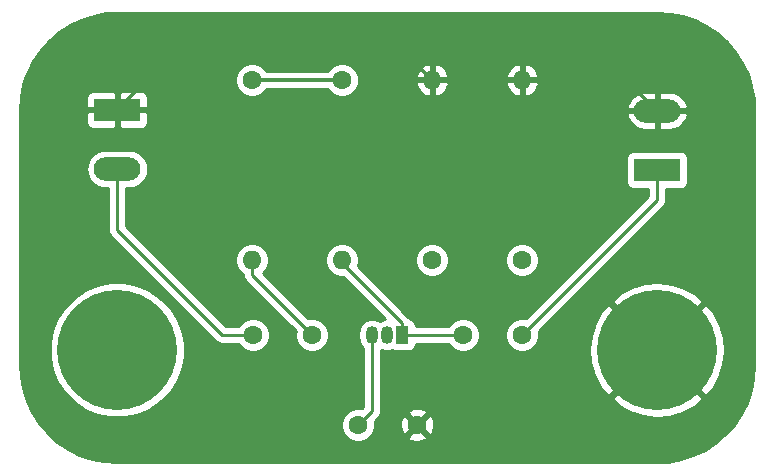
<source format=gbr>
%TF.GenerationSoftware,KiCad,Pcbnew,(5.1.7)-1*%
%TF.CreationDate,2021-12-08T22:40:21+02:00*%
%TF.ProjectId,single_transistor_amp,73696e67-6c65-45f7-9472-616e73697374,V1.0*%
%TF.SameCoordinates,Original*%
%TF.FileFunction,Copper,L1,Top*%
%TF.FilePolarity,Positive*%
%FSLAX46Y46*%
G04 Gerber Fmt 4.6, Leading zero omitted, Abs format (unit mm)*
G04 Created by KiCad (PCBNEW (5.1.7)-1) date 2021-12-08 22:40:21*
%MOMM*%
%LPD*%
G01*
G04 APERTURE LIST*
%TA.AperFunction,ComponentPad*%
%ADD10C,10.160000*%
%TD*%
%TA.AperFunction,ComponentPad*%
%ADD11C,1.600000*%
%TD*%
%TA.AperFunction,ComponentPad*%
%ADD12R,3.960000X1.980000*%
%TD*%
%TA.AperFunction,ComponentPad*%
%ADD13O,3.960000X1.980000*%
%TD*%
%TA.AperFunction,ComponentPad*%
%ADD14O,1.050000X1.500000*%
%TD*%
%TA.AperFunction,ComponentPad*%
%ADD15R,1.050000X1.500000*%
%TD*%
%TA.AperFunction,ComponentPad*%
%ADD16O,1.600000X1.600000*%
%TD*%
%TA.AperFunction,Conductor*%
%ADD17C,0.250000*%
%TD*%
%TA.AperFunction,Conductor*%
%ADD18C,0.300000*%
%TD*%
%TA.AperFunction,Conductor*%
%ADD19C,0.254000*%
%TD*%
%TA.AperFunction,Conductor*%
%ADD20C,0.100000*%
%TD*%
G04 APERTURE END LIST*
D10*
%TO.P,J4,1*%
%TO.N,GNDREF*%
X149860000Y-127000000D03*
%TD*%
%TO.P,J3,1*%
%TO.N,+12V*%
X104140000Y-127000000D03*
%TD*%
D11*
%TO.P,C1,1*%
%TO.N,Net-(C1-Pad1)*%
X120650000Y-125730000D03*
%TO.P,C1,2*%
%TO.N,Net-(C1-Pad2)*%
X115650000Y-125730000D03*
%TD*%
%TO.P,C2,2*%
%TO.N,Net-(C2-Pad2)*%
X133430000Y-125730000D03*
%TO.P,C2,1*%
%TO.N,Net-(C2-Pad1)*%
X138430000Y-125730000D03*
%TD*%
%TO.P,C3,1*%
%TO.N,GNDREF*%
X129540000Y-133350000D03*
%TO.P,C3,2*%
%TO.N,Net-(C3-Pad2)*%
X124540000Y-133350000D03*
%TD*%
D12*
%TO.P,J1,1*%
%TO.N,GNDREF*%
X104140000Y-106680000D03*
D13*
%TO.P,J1,2*%
%TO.N,Net-(C1-Pad2)*%
X104140000Y-111680000D03*
%TD*%
%TO.P,J2,2*%
%TO.N,GNDREF*%
X149860000Y-106760000D03*
D12*
%TO.P,J2,1*%
%TO.N,Net-(C2-Pad1)*%
X149860000Y-111760000D03*
%TD*%
D14*
%TO.P,Q1,2*%
%TO.N,Net-(C1-Pad1)*%
X127000000Y-125730000D03*
%TO.P,Q1,3*%
%TO.N,Net-(C3-Pad2)*%
X125730000Y-125730000D03*
D15*
%TO.P,Q1,1*%
%TO.N,Net-(C2-Pad2)*%
X128270000Y-125730000D03*
%TD*%
D16*
%TO.P,R1,2*%
%TO.N,Net-(C1-Pad1)*%
X115570000Y-119380000D03*
D11*
%TO.P,R1,1*%
%TO.N,+12V*%
X115570000Y-104140000D03*
%TD*%
%TO.P,R2,1*%
%TO.N,Net-(C1-Pad1)*%
X130810000Y-119380000D03*
D16*
%TO.P,R2,2*%
%TO.N,GNDREF*%
X130810000Y-104140000D03*
%TD*%
D11*
%TO.P,R3,1*%
%TO.N,+12V*%
X123190000Y-104140000D03*
D16*
%TO.P,R3,2*%
%TO.N,Net-(C2-Pad2)*%
X123190000Y-119380000D03*
%TD*%
%TO.P,R4,2*%
%TO.N,GNDREF*%
X138430000Y-104140000D03*
D11*
%TO.P,R4,1*%
%TO.N,Net-(C3-Pad2)*%
X138430000Y-119380000D03*
%TD*%
D17*
%TO.N,Net-(C1-Pad1)*%
X115570000Y-120650000D02*
X120650000Y-125730000D01*
X115570000Y-119380000D02*
X115570000Y-120650000D01*
%TO.N,Net-(C1-Pad2)*%
X115650000Y-125730000D02*
X113030000Y-125730000D01*
X104140000Y-116840000D02*
X104140000Y-111680000D01*
X113030000Y-125730000D02*
X104140000Y-116840000D01*
%TO.N,Net-(C2-Pad2)*%
X128270000Y-125730000D02*
X133430000Y-125730000D01*
X123190000Y-119650000D02*
X123190000Y-119380000D01*
X128270000Y-124730000D02*
X123190000Y-119650000D01*
X128270000Y-125730000D02*
X128270000Y-124730000D01*
%TO.N,Net-(C2-Pad1)*%
X149860000Y-114300000D02*
X138430000Y-125730000D01*
X149860000Y-111760000D02*
X149860000Y-114300000D01*
D18*
%TO.N,GNDREF*%
X147240000Y-104140000D02*
X149860000Y-106760000D01*
X138430000Y-104140000D02*
X147240000Y-104140000D01*
X138430000Y-104140000D02*
X130810000Y-104140000D01*
X109220000Y-101600000D02*
X104140000Y-106680000D01*
X128270000Y-101600000D02*
X109220000Y-101600000D01*
X130810000Y-104140000D02*
X128270000Y-101600000D01*
D17*
%TO.N,Net-(C3-Pad2)*%
X125730000Y-132160000D02*
X124540000Y-133350000D01*
X125730000Y-125730000D02*
X125730000Y-132160000D01*
D18*
%TO.N,+12V*%
X123190000Y-104140000D02*
X115570000Y-104140000D01*
%TD*%
D19*
%TO.N,GNDREF*%
X150948277Y-98523738D02*
X152017438Y-98739318D01*
X153048689Y-99094407D01*
X154023924Y-99582768D01*
X154926001Y-100195819D01*
X155739072Y-100922790D01*
X156448855Y-101750907D01*
X157042880Y-102665627D01*
X157510709Y-103650871D01*
X157844123Y-104689332D01*
X158037879Y-105766186D01*
X158090001Y-106698456D01*
X158090000Y-128248105D01*
X158016262Y-129358279D01*
X157800682Y-130427438D01*
X157445594Y-131458687D01*
X156957232Y-132433924D01*
X156344185Y-133335996D01*
X155617210Y-134149072D01*
X154789096Y-134858852D01*
X153874373Y-135452880D01*
X152889129Y-135920709D01*
X151850668Y-136254123D01*
X150773814Y-136447879D01*
X149841563Y-136500000D01*
X104161895Y-136500000D01*
X103051721Y-136426262D01*
X101982562Y-136210682D01*
X100951313Y-135855594D01*
X99976076Y-135367232D01*
X99074004Y-134754185D01*
X98260928Y-134027210D01*
X97551148Y-133199096D01*
X96957120Y-132284373D01*
X96489291Y-131299129D01*
X96155877Y-130260668D01*
X95962121Y-129183814D01*
X95910000Y-128251563D01*
X95910000Y-126437122D01*
X98425000Y-126437122D01*
X98425000Y-127562878D01*
X98644625Y-128667004D01*
X99075433Y-129707067D01*
X99700870Y-130643100D01*
X100496900Y-131439130D01*
X101432933Y-132064567D01*
X102472996Y-132495375D01*
X103577122Y-132715000D01*
X104702878Y-132715000D01*
X105807004Y-132495375D01*
X106847067Y-132064567D01*
X107783100Y-131439130D01*
X108579130Y-130643100D01*
X109204567Y-129707067D01*
X109635375Y-128667004D01*
X109855000Y-127562878D01*
X109855000Y-126437122D01*
X109635375Y-125332996D01*
X109204567Y-124292933D01*
X108579130Y-123356900D01*
X107783100Y-122560870D01*
X106847067Y-121935433D01*
X105807004Y-121504625D01*
X104702878Y-121285000D01*
X103577122Y-121285000D01*
X102472996Y-121504625D01*
X101432933Y-121935433D01*
X100496900Y-122560870D01*
X99700870Y-123356900D01*
X99075433Y-124292933D01*
X98644625Y-125332996D01*
X98425000Y-126437122D01*
X95910000Y-126437122D01*
X95910000Y-111680000D01*
X101517138Y-111680000D01*
X101548513Y-111998556D01*
X101641432Y-112304869D01*
X101792325Y-112587170D01*
X101995392Y-112834608D01*
X102242830Y-113037675D01*
X102525131Y-113188568D01*
X102831444Y-113281487D01*
X103070176Y-113305000D01*
X103380001Y-113305000D01*
X103380000Y-116802677D01*
X103376324Y-116840000D01*
X103380000Y-116877322D01*
X103380000Y-116877332D01*
X103390997Y-116988985D01*
X103434454Y-117132246D01*
X103505026Y-117264276D01*
X103544871Y-117312826D01*
X103599999Y-117380001D01*
X103629003Y-117403804D01*
X112466201Y-126241003D01*
X112489999Y-126270001D01*
X112518997Y-126293799D01*
X112605724Y-126364974D01*
X112737753Y-126435546D01*
X112881014Y-126479003D01*
X113030000Y-126493677D01*
X113067333Y-126490000D01*
X114431957Y-126490000D01*
X114535363Y-126644759D01*
X114735241Y-126844637D01*
X114970273Y-127001680D01*
X115231426Y-127109853D01*
X115508665Y-127165000D01*
X115791335Y-127165000D01*
X116068574Y-127109853D01*
X116329727Y-127001680D01*
X116564759Y-126844637D01*
X116764637Y-126644759D01*
X116921680Y-126409727D01*
X117029853Y-126148574D01*
X117085000Y-125871335D01*
X117085000Y-125588665D01*
X117029853Y-125311426D01*
X116921680Y-125050273D01*
X116764637Y-124815241D01*
X116564759Y-124615363D01*
X116329727Y-124458320D01*
X116068574Y-124350147D01*
X115791335Y-124295000D01*
X115508665Y-124295000D01*
X115231426Y-124350147D01*
X114970273Y-124458320D01*
X114735241Y-124615363D01*
X114535363Y-124815241D01*
X114431957Y-124970000D01*
X113344802Y-124970000D01*
X107613467Y-119238665D01*
X114135000Y-119238665D01*
X114135000Y-119521335D01*
X114190147Y-119798574D01*
X114298320Y-120059727D01*
X114455363Y-120294759D01*
X114655241Y-120494637D01*
X114810001Y-120598044D01*
X114810001Y-120612668D01*
X114806324Y-120650000D01*
X114820998Y-120798985D01*
X114864454Y-120942246D01*
X114935026Y-121074276D01*
X115006201Y-121161002D01*
X115030000Y-121190001D01*
X115058998Y-121213799D01*
X119251312Y-125406114D01*
X119215000Y-125588665D01*
X119215000Y-125871335D01*
X119270147Y-126148574D01*
X119378320Y-126409727D01*
X119535363Y-126644759D01*
X119735241Y-126844637D01*
X119970273Y-127001680D01*
X120231426Y-127109853D01*
X120508665Y-127165000D01*
X120791335Y-127165000D01*
X121068574Y-127109853D01*
X121329727Y-127001680D01*
X121564759Y-126844637D01*
X121764637Y-126644759D01*
X121921680Y-126409727D01*
X122029853Y-126148574D01*
X122085000Y-125871335D01*
X122085000Y-125588665D01*
X122029853Y-125311426D01*
X121921680Y-125050273D01*
X121764637Y-124815241D01*
X121564759Y-124615363D01*
X121329727Y-124458320D01*
X121068574Y-124350147D01*
X120791335Y-124295000D01*
X120508665Y-124295000D01*
X120326114Y-124331312D01*
X116487099Y-120492297D01*
X116684637Y-120294759D01*
X116841680Y-120059727D01*
X116949853Y-119798574D01*
X117005000Y-119521335D01*
X117005000Y-119238665D01*
X121755000Y-119238665D01*
X121755000Y-119521335D01*
X121810147Y-119798574D01*
X121918320Y-120059727D01*
X122075363Y-120294759D01*
X122275241Y-120494637D01*
X122510273Y-120651680D01*
X122771426Y-120759853D01*
X123048665Y-120815000D01*
X123280199Y-120815000D01*
X126822107Y-124356909D01*
X126772601Y-124361785D01*
X126553941Y-124428115D01*
X126365001Y-124529106D01*
X126176060Y-124428115D01*
X125957400Y-124361785D01*
X125730000Y-124339388D01*
X125502601Y-124361785D01*
X125283941Y-124428115D01*
X125082422Y-124535829D01*
X124905789Y-124680788D01*
X124760830Y-124857421D01*
X124653115Y-125058940D01*
X124586785Y-125277600D01*
X124570000Y-125448021D01*
X124570000Y-126011978D01*
X124586785Y-126182399D01*
X124653115Y-126401059D01*
X124760829Y-126602578D01*
X124905788Y-126779212D01*
X124970000Y-126831910D01*
X124970001Y-131845197D01*
X124863886Y-131951312D01*
X124681335Y-131915000D01*
X124398665Y-131915000D01*
X124121426Y-131970147D01*
X123860273Y-132078320D01*
X123625241Y-132235363D01*
X123425363Y-132435241D01*
X123268320Y-132670273D01*
X123160147Y-132931426D01*
X123105000Y-133208665D01*
X123105000Y-133491335D01*
X123160147Y-133768574D01*
X123268320Y-134029727D01*
X123425363Y-134264759D01*
X123625241Y-134464637D01*
X123860273Y-134621680D01*
X124121426Y-134729853D01*
X124398665Y-134785000D01*
X124681335Y-134785000D01*
X124958574Y-134729853D01*
X125219727Y-134621680D01*
X125454759Y-134464637D01*
X125576694Y-134342702D01*
X128726903Y-134342702D01*
X128798486Y-134586671D01*
X129053996Y-134707571D01*
X129328184Y-134776300D01*
X129610512Y-134790217D01*
X129890130Y-134748787D01*
X130156292Y-134653603D01*
X130281514Y-134586671D01*
X130353097Y-134342702D01*
X129540000Y-133529605D01*
X128726903Y-134342702D01*
X125576694Y-134342702D01*
X125654637Y-134264759D01*
X125811680Y-134029727D01*
X125919853Y-133768574D01*
X125975000Y-133491335D01*
X125975000Y-133420512D01*
X128099783Y-133420512D01*
X128141213Y-133700130D01*
X128236397Y-133966292D01*
X128303329Y-134091514D01*
X128547298Y-134163097D01*
X129360395Y-133350000D01*
X129719605Y-133350000D01*
X130532702Y-134163097D01*
X130776671Y-134091514D01*
X130897571Y-133836004D01*
X130966300Y-133561816D01*
X130980217Y-133279488D01*
X130938787Y-132999870D01*
X130843603Y-132733708D01*
X130776671Y-132608486D01*
X130532702Y-132536903D01*
X129719605Y-133350000D01*
X129360395Y-133350000D01*
X128547298Y-132536903D01*
X128303329Y-132608486D01*
X128182429Y-132863996D01*
X128113700Y-133138184D01*
X128099783Y-133420512D01*
X125975000Y-133420512D01*
X125975000Y-133208665D01*
X125938688Y-133026114D01*
X126241003Y-132723799D01*
X126270001Y-132700001D01*
X126310464Y-132650697D01*
X126364974Y-132584277D01*
X126435546Y-132452247D01*
X126452103Y-132397665D01*
X126464347Y-132357298D01*
X128726903Y-132357298D01*
X129540000Y-133170395D01*
X130353097Y-132357298D01*
X130281514Y-132113329D01*
X130026004Y-131992429D01*
X129751816Y-131923700D01*
X129469488Y-131909783D01*
X129189870Y-131951213D01*
X128923708Y-132046397D01*
X128798486Y-132113329D01*
X128726903Y-132357298D01*
X126464347Y-132357298D01*
X126479003Y-132308986D01*
X126490000Y-132197333D01*
X126490000Y-132197324D01*
X126493676Y-132160001D01*
X126490000Y-132122678D01*
X126490000Y-131037196D01*
X146002409Y-131037196D01*
X146588124Y-131719416D01*
X147571704Y-132267045D01*
X148643223Y-132612265D01*
X149761501Y-132741808D01*
X150883565Y-132650697D01*
X151966294Y-132342433D01*
X152968079Y-131828863D01*
X153131876Y-131719416D01*
X153717591Y-131037196D01*
X149860000Y-127179605D01*
X146002409Y-131037196D01*
X126490000Y-131037196D01*
X126490000Y-126997708D01*
X126553940Y-127031885D01*
X126772600Y-127098215D01*
X127000000Y-127120612D01*
X127227399Y-127098215D01*
X127436098Y-127034907D01*
X127500820Y-127069502D01*
X127620518Y-127105812D01*
X127745000Y-127118072D01*
X128795000Y-127118072D01*
X128919482Y-127105812D01*
X129039180Y-127069502D01*
X129149494Y-127010537D01*
X129246185Y-126931185D01*
X129325537Y-126834494D01*
X129384502Y-126724180D01*
X129420812Y-126604482D01*
X129432087Y-126490000D01*
X132211957Y-126490000D01*
X132315363Y-126644759D01*
X132515241Y-126844637D01*
X132750273Y-127001680D01*
X133011426Y-127109853D01*
X133288665Y-127165000D01*
X133571335Y-127165000D01*
X133848574Y-127109853D01*
X134109727Y-127001680D01*
X134344759Y-126844637D01*
X134544637Y-126644759D01*
X134701680Y-126409727D01*
X134809853Y-126148574D01*
X134865000Y-125871335D01*
X134865000Y-125588665D01*
X136995000Y-125588665D01*
X136995000Y-125871335D01*
X137050147Y-126148574D01*
X137158320Y-126409727D01*
X137315363Y-126644759D01*
X137515241Y-126844637D01*
X137750273Y-127001680D01*
X138011426Y-127109853D01*
X138288665Y-127165000D01*
X138571335Y-127165000D01*
X138848574Y-127109853D01*
X139109727Y-127001680D01*
X139259655Y-126901501D01*
X144118192Y-126901501D01*
X144209303Y-128023565D01*
X144517567Y-129106294D01*
X145031137Y-130108079D01*
X145140584Y-130271876D01*
X145822804Y-130857591D01*
X149680395Y-127000000D01*
X150039605Y-127000000D01*
X153897196Y-130857591D01*
X154579416Y-130271876D01*
X155127045Y-129288296D01*
X155472265Y-128216777D01*
X155601808Y-127098499D01*
X155510697Y-125976435D01*
X155202433Y-124893706D01*
X154688863Y-123891921D01*
X154579416Y-123728124D01*
X153897196Y-123142409D01*
X150039605Y-127000000D01*
X149680395Y-127000000D01*
X145822804Y-123142409D01*
X145140584Y-123728124D01*
X144592955Y-124711704D01*
X144247735Y-125783223D01*
X144118192Y-126901501D01*
X139259655Y-126901501D01*
X139344759Y-126844637D01*
X139544637Y-126644759D01*
X139701680Y-126409727D01*
X139809853Y-126148574D01*
X139865000Y-125871335D01*
X139865000Y-125588665D01*
X139828688Y-125406113D01*
X142271997Y-122962804D01*
X146002409Y-122962804D01*
X149860000Y-126820395D01*
X153717591Y-122962804D01*
X153131876Y-122280584D01*
X152148296Y-121732955D01*
X151076777Y-121387735D01*
X149958499Y-121258192D01*
X148836435Y-121349303D01*
X147753706Y-121657567D01*
X146751921Y-122171137D01*
X146588124Y-122280584D01*
X146002409Y-122962804D01*
X142271997Y-122962804D01*
X150371003Y-114863799D01*
X150400001Y-114840001D01*
X150426332Y-114807917D01*
X150494974Y-114724277D01*
X150565546Y-114592247D01*
X150609003Y-114448986D01*
X150620000Y-114337333D01*
X150620000Y-114337323D01*
X150623676Y-114300001D01*
X150620000Y-114262678D01*
X150620000Y-113388072D01*
X151840000Y-113388072D01*
X151964482Y-113375812D01*
X152084180Y-113339502D01*
X152194494Y-113280537D01*
X152291185Y-113201185D01*
X152370537Y-113104494D01*
X152429502Y-112994180D01*
X152465812Y-112874482D01*
X152478072Y-112750000D01*
X152478072Y-110770000D01*
X152465812Y-110645518D01*
X152429502Y-110525820D01*
X152370537Y-110415506D01*
X152291185Y-110318815D01*
X152194494Y-110239463D01*
X152084180Y-110180498D01*
X151964482Y-110144188D01*
X151840000Y-110131928D01*
X147880000Y-110131928D01*
X147755518Y-110144188D01*
X147635820Y-110180498D01*
X147525506Y-110239463D01*
X147428815Y-110318815D01*
X147349463Y-110415506D01*
X147290498Y-110525820D01*
X147254188Y-110645518D01*
X147241928Y-110770000D01*
X147241928Y-112750000D01*
X147254188Y-112874482D01*
X147290498Y-112994180D01*
X147349463Y-113104494D01*
X147428815Y-113201185D01*
X147525506Y-113280537D01*
X147635820Y-113339502D01*
X147755518Y-113375812D01*
X147880000Y-113388072D01*
X149100001Y-113388072D01*
X149100001Y-113985197D01*
X138753887Y-124331312D01*
X138571335Y-124295000D01*
X138288665Y-124295000D01*
X138011426Y-124350147D01*
X137750273Y-124458320D01*
X137515241Y-124615363D01*
X137315363Y-124815241D01*
X137158320Y-125050273D01*
X137050147Y-125311426D01*
X136995000Y-125588665D01*
X134865000Y-125588665D01*
X134809853Y-125311426D01*
X134701680Y-125050273D01*
X134544637Y-124815241D01*
X134344759Y-124615363D01*
X134109727Y-124458320D01*
X133848574Y-124350147D01*
X133571335Y-124295000D01*
X133288665Y-124295000D01*
X133011426Y-124350147D01*
X132750273Y-124458320D01*
X132515241Y-124615363D01*
X132315363Y-124815241D01*
X132211957Y-124970000D01*
X129432087Y-124970000D01*
X129420812Y-124855518D01*
X129384502Y-124735820D01*
X129325537Y-124625506D01*
X129246185Y-124528815D01*
X129149494Y-124449463D01*
X129039180Y-124390498D01*
X128933084Y-124358314D01*
X128922968Y-124339388D01*
X128904974Y-124305723D01*
X128833799Y-124218997D01*
X128810001Y-124189999D01*
X128781003Y-124166201D01*
X124524022Y-119909221D01*
X124569853Y-119798574D01*
X124625000Y-119521335D01*
X124625000Y-119238665D01*
X129375000Y-119238665D01*
X129375000Y-119521335D01*
X129430147Y-119798574D01*
X129538320Y-120059727D01*
X129695363Y-120294759D01*
X129895241Y-120494637D01*
X130130273Y-120651680D01*
X130391426Y-120759853D01*
X130668665Y-120815000D01*
X130951335Y-120815000D01*
X131228574Y-120759853D01*
X131489727Y-120651680D01*
X131724759Y-120494637D01*
X131924637Y-120294759D01*
X132081680Y-120059727D01*
X132189853Y-119798574D01*
X132245000Y-119521335D01*
X132245000Y-119238665D01*
X136995000Y-119238665D01*
X136995000Y-119521335D01*
X137050147Y-119798574D01*
X137158320Y-120059727D01*
X137315363Y-120294759D01*
X137515241Y-120494637D01*
X137750273Y-120651680D01*
X138011426Y-120759853D01*
X138288665Y-120815000D01*
X138571335Y-120815000D01*
X138848574Y-120759853D01*
X139109727Y-120651680D01*
X139344759Y-120494637D01*
X139544637Y-120294759D01*
X139701680Y-120059727D01*
X139809853Y-119798574D01*
X139865000Y-119521335D01*
X139865000Y-119238665D01*
X139809853Y-118961426D01*
X139701680Y-118700273D01*
X139544637Y-118465241D01*
X139344759Y-118265363D01*
X139109727Y-118108320D01*
X138848574Y-118000147D01*
X138571335Y-117945000D01*
X138288665Y-117945000D01*
X138011426Y-118000147D01*
X137750273Y-118108320D01*
X137515241Y-118265363D01*
X137315363Y-118465241D01*
X137158320Y-118700273D01*
X137050147Y-118961426D01*
X136995000Y-119238665D01*
X132245000Y-119238665D01*
X132189853Y-118961426D01*
X132081680Y-118700273D01*
X131924637Y-118465241D01*
X131724759Y-118265363D01*
X131489727Y-118108320D01*
X131228574Y-118000147D01*
X130951335Y-117945000D01*
X130668665Y-117945000D01*
X130391426Y-118000147D01*
X130130273Y-118108320D01*
X129895241Y-118265363D01*
X129695363Y-118465241D01*
X129538320Y-118700273D01*
X129430147Y-118961426D01*
X129375000Y-119238665D01*
X124625000Y-119238665D01*
X124569853Y-118961426D01*
X124461680Y-118700273D01*
X124304637Y-118465241D01*
X124104759Y-118265363D01*
X123869727Y-118108320D01*
X123608574Y-118000147D01*
X123331335Y-117945000D01*
X123048665Y-117945000D01*
X122771426Y-118000147D01*
X122510273Y-118108320D01*
X122275241Y-118265363D01*
X122075363Y-118465241D01*
X121918320Y-118700273D01*
X121810147Y-118961426D01*
X121755000Y-119238665D01*
X117005000Y-119238665D01*
X116949853Y-118961426D01*
X116841680Y-118700273D01*
X116684637Y-118465241D01*
X116484759Y-118265363D01*
X116249727Y-118108320D01*
X115988574Y-118000147D01*
X115711335Y-117945000D01*
X115428665Y-117945000D01*
X115151426Y-118000147D01*
X114890273Y-118108320D01*
X114655241Y-118265363D01*
X114455363Y-118465241D01*
X114298320Y-118700273D01*
X114190147Y-118961426D01*
X114135000Y-119238665D01*
X107613467Y-119238665D01*
X104900000Y-116525199D01*
X104900000Y-113305000D01*
X105209824Y-113305000D01*
X105448556Y-113281487D01*
X105754869Y-113188568D01*
X106037170Y-113037675D01*
X106284608Y-112834608D01*
X106487675Y-112587170D01*
X106638568Y-112304869D01*
X106731487Y-111998556D01*
X106762862Y-111680000D01*
X106731487Y-111361444D01*
X106638568Y-111055131D01*
X106487675Y-110772830D01*
X106284608Y-110525392D01*
X106037170Y-110322325D01*
X105754869Y-110171432D01*
X105448556Y-110078513D01*
X105209824Y-110055000D01*
X103070176Y-110055000D01*
X102831444Y-110078513D01*
X102525131Y-110171432D01*
X102242830Y-110322325D01*
X101995392Y-110525392D01*
X101792325Y-110772830D01*
X101641432Y-111055131D01*
X101548513Y-111361444D01*
X101517138Y-111680000D01*
X95910000Y-111680000D01*
X95910000Y-107670000D01*
X101521928Y-107670000D01*
X101534188Y-107794482D01*
X101570498Y-107914180D01*
X101629463Y-108024494D01*
X101708815Y-108121185D01*
X101805506Y-108200537D01*
X101915820Y-108259502D01*
X102035518Y-108295812D01*
X102160000Y-108308072D01*
X103854250Y-108305000D01*
X104013000Y-108146250D01*
X104013000Y-106807000D01*
X104267000Y-106807000D01*
X104267000Y-108146250D01*
X104425750Y-108305000D01*
X106120000Y-108308072D01*
X106244482Y-108295812D01*
X106364180Y-108259502D01*
X106474494Y-108200537D01*
X106571185Y-108121185D01*
X106650537Y-108024494D01*
X106709502Y-107914180D01*
X106745812Y-107794482D01*
X106758072Y-107670000D01*
X106755756Y-107138865D01*
X147289782Y-107138865D01*
X147320095Y-107264528D01*
X147448304Y-107557205D01*
X147631148Y-107819246D01*
X147861601Y-108040581D01*
X148130806Y-108212704D01*
X148428418Y-108329000D01*
X148743000Y-108385000D01*
X149733000Y-108385000D01*
X149733000Y-106887000D01*
X149987000Y-106887000D01*
X149987000Y-108385000D01*
X150977000Y-108385000D01*
X151291582Y-108329000D01*
X151589194Y-108212704D01*
X151858399Y-108040581D01*
X152088852Y-107819246D01*
X152271696Y-107557205D01*
X152399905Y-107264528D01*
X152430218Y-107138865D01*
X152310740Y-106887000D01*
X149987000Y-106887000D01*
X149733000Y-106887000D01*
X147409260Y-106887000D01*
X147289782Y-107138865D01*
X106755756Y-107138865D01*
X106755000Y-106965750D01*
X106596250Y-106807000D01*
X104267000Y-106807000D01*
X104013000Y-106807000D01*
X101683750Y-106807000D01*
X101525000Y-106965750D01*
X101521928Y-107670000D01*
X95910000Y-107670000D01*
X95910000Y-106701895D01*
X95977210Y-105690000D01*
X101521928Y-105690000D01*
X101525000Y-106394250D01*
X101683750Y-106553000D01*
X104013000Y-106553000D01*
X104013000Y-105213750D01*
X104267000Y-105213750D01*
X104267000Y-106553000D01*
X106596250Y-106553000D01*
X106755000Y-106394250D01*
X106755057Y-106381135D01*
X147289782Y-106381135D01*
X147409260Y-106633000D01*
X149733000Y-106633000D01*
X149733000Y-105135000D01*
X149987000Y-105135000D01*
X149987000Y-106633000D01*
X152310740Y-106633000D01*
X152430218Y-106381135D01*
X152399905Y-106255472D01*
X152271696Y-105962795D01*
X152088852Y-105700754D01*
X151858399Y-105479419D01*
X151589194Y-105307296D01*
X151291582Y-105191000D01*
X150977000Y-105135000D01*
X149987000Y-105135000D01*
X149733000Y-105135000D01*
X148743000Y-105135000D01*
X148428418Y-105191000D01*
X148130806Y-105307296D01*
X147861601Y-105479419D01*
X147631148Y-105700754D01*
X147448304Y-105962795D01*
X147320095Y-106255472D01*
X147289782Y-106381135D01*
X106755057Y-106381135D01*
X106758072Y-105690000D01*
X106745812Y-105565518D01*
X106709502Y-105445820D01*
X106650537Y-105335506D01*
X106571185Y-105238815D01*
X106474494Y-105159463D01*
X106364180Y-105100498D01*
X106244482Y-105064188D01*
X106120000Y-105051928D01*
X104425750Y-105055000D01*
X104267000Y-105213750D01*
X104013000Y-105213750D01*
X103854250Y-105055000D01*
X102160000Y-105051928D01*
X102035518Y-105064188D01*
X101915820Y-105100498D01*
X101805506Y-105159463D01*
X101708815Y-105238815D01*
X101629463Y-105335506D01*
X101570498Y-105445820D01*
X101534188Y-105565518D01*
X101521928Y-105690000D01*
X95977210Y-105690000D01*
X95983738Y-105591723D01*
X96199318Y-104522562D01*
X96379710Y-103998665D01*
X114135000Y-103998665D01*
X114135000Y-104281335D01*
X114190147Y-104558574D01*
X114298320Y-104819727D01*
X114455363Y-105054759D01*
X114655241Y-105254637D01*
X114890273Y-105411680D01*
X115151426Y-105519853D01*
X115428665Y-105575000D01*
X115711335Y-105575000D01*
X115988574Y-105519853D01*
X116249727Y-105411680D01*
X116484759Y-105254637D01*
X116684637Y-105054759D01*
X116771339Y-104925000D01*
X121988661Y-104925000D01*
X122075363Y-105054759D01*
X122275241Y-105254637D01*
X122510273Y-105411680D01*
X122771426Y-105519853D01*
X123048665Y-105575000D01*
X123331335Y-105575000D01*
X123608574Y-105519853D01*
X123869727Y-105411680D01*
X124104759Y-105254637D01*
X124304637Y-105054759D01*
X124461680Y-104819727D01*
X124569853Y-104558574D01*
X124583684Y-104489040D01*
X129418091Y-104489040D01*
X129512930Y-104753881D01*
X129657615Y-104995131D01*
X129846586Y-105203519D01*
X130072580Y-105371037D01*
X130326913Y-105491246D01*
X130460961Y-105531904D01*
X130683000Y-105409915D01*
X130683000Y-104267000D01*
X130937000Y-104267000D01*
X130937000Y-105409915D01*
X131159039Y-105531904D01*
X131293087Y-105491246D01*
X131547420Y-105371037D01*
X131773414Y-105203519D01*
X131962385Y-104995131D01*
X132107070Y-104753881D01*
X132201909Y-104489040D01*
X137038091Y-104489040D01*
X137132930Y-104753881D01*
X137277615Y-104995131D01*
X137466586Y-105203519D01*
X137692580Y-105371037D01*
X137946913Y-105491246D01*
X138080961Y-105531904D01*
X138303000Y-105409915D01*
X138303000Y-104267000D01*
X138557000Y-104267000D01*
X138557000Y-105409915D01*
X138779039Y-105531904D01*
X138913087Y-105491246D01*
X139167420Y-105371037D01*
X139393414Y-105203519D01*
X139582385Y-104995131D01*
X139727070Y-104753881D01*
X139821909Y-104489040D01*
X139700624Y-104267000D01*
X138557000Y-104267000D01*
X138303000Y-104267000D01*
X137159376Y-104267000D01*
X137038091Y-104489040D01*
X132201909Y-104489040D01*
X132080624Y-104267000D01*
X130937000Y-104267000D01*
X130683000Y-104267000D01*
X129539376Y-104267000D01*
X129418091Y-104489040D01*
X124583684Y-104489040D01*
X124625000Y-104281335D01*
X124625000Y-103998665D01*
X124583685Y-103790960D01*
X129418091Y-103790960D01*
X129539376Y-104013000D01*
X130683000Y-104013000D01*
X130683000Y-102870085D01*
X130937000Y-102870085D01*
X130937000Y-104013000D01*
X132080624Y-104013000D01*
X132201909Y-103790960D01*
X137038091Y-103790960D01*
X137159376Y-104013000D01*
X138303000Y-104013000D01*
X138303000Y-102870085D01*
X138557000Y-102870085D01*
X138557000Y-104013000D01*
X139700624Y-104013000D01*
X139821909Y-103790960D01*
X139727070Y-103526119D01*
X139582385Y-103284869D01*
X139393414Y-103076481D01*
X139167420Y-102908963D01*
X138913087Y-102788754D01*
X138779039Y-102748096D01*
X138557000Y-102870085D01*
X138303000Y-102870085D01*
X138080961Y-102748096D01*
X137946913Y-102788754D01*
X137692580Y-102908963D01*
X137466586Y-103076481D01*
X137277615Y-103284869D01*
X137132930Y-103526119D01*
X137038091Y-103790960D01*
X132201909Y-103790960D01*
X132107070Y-103526119D01*
X131962385Y-103284869D01*
X131773414Y-103076481D01*
X131547420Y-102908963D01*
X131293087Y-102788754D01*
X131159039Y-102748096D01*
X130937000Y-102870085D01*
X130683000Y-102870085D01*
X130460961Y-102748096D01*
X130326913Y-102788754D01*
X130072580Y-102908963D01*
X129846586Y-103076481D01*
X129657615Y-103284869D01*
X129512930Y-103526119D01*
X129418091Y-103790960D01*
X124583685Y-103790960D01*
X124569853Y-103721426D01*
X124461680Y-103460273D01*
X124304637Y-103225241D01*
X124104759Y-103025363D01*
X123869727Y-102868320D01*
X123608574Y-102760147D01*
X123331335Y-102705000D01*
X123048665Y-102705000D01*
X122771426Y-102760147D01*
X122510273Y-102868320D01*
X122275241Y-103025363D01*
X122075363Y-103225241D01*
X121988661Y-103355000D01*
X116771339Y-103355000D01*
X116684637Y-103225241D01*
X116484759Y-103025363D01*
X116249727Y-102868320D01*
X115988574Y-102760147D01*
X115711335Y-102705000D01*
X115428665Y-102705000D01*
X115151426Y-102760147D01*
X114890273Y-102868320D01*
X114655241Y-103025363D01*
X114455363Y-103225241D01*
X114298320Y-103460273D01*
X114190147Y-103721426D01*
X114135000Y-103998665D01*
X96379710Y-103998665D01*
X96554407Y-103491311D01*
X97042768Y-102516076D01*
X97655819Y-101613999D01*
X98382790Y-100800928D01*
X99210907Y-100091145D01*
X100125627Y-99497120D01*
X101110871Y-99029291D01*
X102149332Y-98695877D01*
X103226186Y-98502121D01*
X104158438Y-98450000D01*
X149838105Y-98450000D01*
X150948277Y-98523738D01*
%TA.AperFunction,Conductor*%
D20*
G36*
X150948277Y-98523738D02*
G01*
X152017438Y-98739318D01*
X153048689Y-99094407D01*
X154023924Y-99582768D01*
X154926001Y-100195819D01*
X155739072Y-100922790D01*
X156448855Y-101750907D01*
X157042880Y-102665627D01*
X157510709Y-103650871D01*
X157844123Y-104689332D01*
X158037879Y-105766186D01*
X158090001Y-106698456D01*
X158090000Y-128248105D01*
X158016262Y-129358279D01*
X157800682Y-130427438D01*
X157445594Y-131458687D01*
X156957232Y-132433924D01*
X156344185Y-133335996D01*
X155617210Y-134149072D01*
X154789096Y-134858852D01*
X153874373Y-135452880D01*
X152889129Y-135920709D01*
X151850668Y-136254123D01*
X150773814Y-136447879D01*
X149841563Y-136500000D01*
X104161895Y-136500000D01*
X103051721Y-136426262D01*
X101982562Y-136210682D01*
X100951313Y-135855594D01*
X99976076Y-135367232D01*
X99074004Y-134754185D01*
X98260928Y-134027210D01*
X97551148Y-133199096D01*
X96957120Y-132284373D01*
X96489291Y-131299129D01*
X96155877Y-130260668D01*
X95962121Y-129183814D01*
X95910000Y-128251563D01*
X95910000Y-126437122D01*
X98425000Y-126437122D01*
X98425000Y-127562878D01*
X98644625Y-128667004D01*
X99075433Y-129707067D01*
X99700870Y-130643100D01*
X100496900Y-131439130D01*
X101432933Y-132064567D01*
X102472996Y-132495375D01*
X103577122Y-132715000D01*
X104702878Y-132715000D01*
X105807004Y-132495375D01*
X106847067Y-132064567D01*
X107783100Y-131439130D01*
X108579130Y-130643100D01*
X109204567Y-129707067D01*
X109635375Y-128667004D01*
X109855000Y-127562878D01*
X109855000Y-126437122D01*
X109635375Y-125332996D01*
X109204567Y-124292933D01*
X108579130Y-123356900D01*
X107783100Y-122560870D01*
X106847067Y-121935433D01*
X105807004Y-121504625D01*
X104702878Y-121285000D01*
X103577122Y-121285000D01*
X102472996Y-121504625D01*
X101432933Y-121935433D01*
X100496900Y-122560870D01*
X99700870Y-123356900D01*
X99075433Y-124292933D01*
X98644625Y-125332996D01*
X98425000Y-126437122D01*
X95910000Y-126437122D01*
X95910000Y-111680000D01*
X101517138Y-111680000D01*
X101548513Y-111998556D01*
X101641432Y-112304869D01*
X101792325Y-112587170D01*
X101995392Y-112834608D01*
X102242830Y-113037675D01*
X102525131Y-113188568D01*
X102831444Y-113281487D01*
X103070176Y-113305000D01*
X103380001Y-113305000D01*
X103380000Y-116802677D01*
X103376324Y-116840000D01*
X103380000Y-116877322D01*
X103380000Y-116877332D01*
X103390997Y-116988985D01*
X103434454Y-117132246D01*
X103505026Y-117264276D01*
X103544871Y-117312826D01*
X103599999Y-117380001D01*
X103629003Y-117403804D01*
X112466201Y-126241003D01*
X112489999Y-126270001D01*
X112518997Y-126293799D01*
X112605724Y-126364974D01*
X112737753Y-126435546D01*
X112881014Y-126479003D01*
X113030000Y-126493677D01*
X113067333Y-126490000D01*
X114431957Y-126490000D01*
X114535363Y-126644759D01*
X114735241Y-126844637D01*
X114970273Y-127001680D01*
X115231426Y-127109853D01*
X115508665Y-127165000D01*
X115791335Y-127165000D01*
X116068574Y-127109853D01*
X116329727Y-127001680D01*
X116564759Y-126844637D01*
X116764637Y-126644759D01*
X116921680Y-126409727D01*
X117029853Y-126148574D01*
X117085000Y-125871335D01*
X117085000Y-125588665D01*
X117029853Y-125311426D01*
X116921680Y-125050273D01*
X116764637Y-124815241D01*
X116564759Y-124615363D01*
X116329727Y-124458320D01*
X116068574Y-124350147D01*
X115791335Y-124295000D01*
X115508665Y-124295000D01*
X115231426Y-124350147D01*
X114970273Y-124458320D01*
X114735241Y-124615363D01*
X114535363Y-124815241D01*
X114431957Y-124970000D01*
X113344802Y-124970000D01*
X107613467Y-119238665D01*
X114135000Y-119238665D01*
X114135000Y-119521335D01*
X114190147Y-119798574D01*
X114298320Y-120059727D01*
X114455363Y-120294759D01*
X114655241Y-120494637D01*
X114810001Y-120598044D01*
X114810001Y-120612668D01*
X114806324Y-120650000D01*
X114820998Y-120798985D01*
X114864454Y-120942246D01*
X114935026Y-121074276D01*
X115006201Y-121161002D01*
X115030000Y-121190001D01*
X115058998Y-121213799D01*
X119251312Y-125406114D01*
X119215000Y-125588665D01*
X119215000Y-125871335D01*
X119270147Y-126148574D01*
X119378320Y-126409727D01*
X119535363Y-126644759D01*
X119735241Y-126844637D01*
X119970273Y-127001680D01*
X120231426Y-127109853D01*
X120508665Y-127165000D01*
X120791335Y-127165000D01*
X121068574Y-127109853D01*
X121329727Y-127001680D01*
X121564759Y-126844637D01*
X121764637Y-126644759D01*
X121921680Y-126409727D01*
X122029853Y-126148574D01*
X122085000Y-125871335D01*
X122085000Y-125588665D01*
X122029853Y-125311426D01*
X121921680Y-125050273D01*
X121764637Y-124815241D01*
X121564759Y-124615363D01*
X121329727Y-124458320D01*
X121068574Y-124350147D01*
X120791335Y-124295000D01*
X120508665Y-124295000D01*
X120326114Y-124331312D01*
X116487099Y-120492297D01*
X116684637Y-120294759D01*
X116841680Y-120059727D01*
X116949853Y-119798574D01*
X117005000Y-119521335D01*
X117005000Y-119238665D01*
X121755000Y-119238665D01*
X121755000Y-119521335D01*
X121810147Y-119798574D01*
X121918320Y-120059727D01*
X122075363Y-120294759D01*
X122275241Y-120494637D01*
X122510273Y-120651680D01*
X122771426Y-120759853D01*
X123048665Y-120815000D01*
X123280199Y-120815000D01*
X126822107Y-124356909D01*
X126772601Y-124361785D01*
X126553941Y-124428115D01*
X126365001Y-124529106D01*
X126176060Y-124428115D01*
X125957400Y-124361785D01*
X125730000Y-124339388D01*
X125502601Y-124361785D01*
X125283941Y-124428115D01*
X125082422Y-124535829D01*
X124905789Y-124680788D01*
X124760830Y-124857421D01*
X124653115Y-125058940D01*
X124586785Y-125277600D01*
X124570000Y-125448021D01*
X124570000Y-126011978D01*
X124586785Y-126182399D01*
X124653115Y-126401059D01*
X124760829Y-126602578D01*
X124905788Y-126779212D01*
X124970000Y-126831910D01*
X124970001Y-131845197D01*
X124863886Y-131951312D01*
X124681335Y-131915000D01*
X124398665Y-131915000D01*
X124121426Y-131970147D01*
X123860273Y-132078320D01*
X123625241Y-132235363D01*
X123425363Y-132435241D01*
X123268320Y-132670273D01*
X123160147Y-132931426D01*
X123105000Y-133208665D01*
X123105000Y-133491335D01*
X123160147Y-133768574D01*
X123268320Y-134029727D01*
X123425363Y-134264759D01*
X123625241Y-134464637D01*
X123860273Y-134621680D01*
X124121426Y-134729853D01*
X124398665Y-134785000D01*
X124681335Y-134785000D01*
X124958574Y-134729853D01*
X125219727Y-134621680D01*
X125454759Y-134464637D01*
X125576694Y-134342702D01*
X128726903Y-134342702D01*
X128798486Y-134586671D01*
X129053996Y-134707571D01*
X129328184Y-134776300D01*
X129610512Y-134790217D01*
X129890130Y-134748787D01*
X130156292Y-134653603D01*
X130281514Y-134586671D01*
X130353097Y-134342702D01*
X129540000Y-133529605D01*
X128726903Y-134342702D01*
X125576694Y-134342702D01*
X125654637Y-134264759D01*
X125811680Y-134029727D01*
X125919853Y-133768574D01*
X125975000Y-133491335D01*
X125975000Y-133420512D01*
X128099783Y-133420512D01*
X128141213Y-133700130D01*
X128236397Y-133966292D01*
X128303329Y-134091514D01*
X128547298Y-134163097D01*
X129360395Y-133350000D01*
X129719605Y-133350000D01*
X130532702Y-134163097D01*
X130776671Y-134091514D01*
X130897571Y-133836004D01*
X130966300Y-133561816D01*
X130980217Y-133279488D01*
X130938787Y-132999870D01*
X130843603Y-132733708D01*
X130776671Y-132608486D01*
X130532702Y-132536903D01*
X129719605Y-133350000D01*
X129360395Y-133350000D01*
X128547298Y-132536903D01*
X128303329Y-132608486D01*
X128182429Y-132863996D01*
X128113700Y-133138184D01*
X128099783Y-133420512D01*
X125975000Y-133420512D01*
X125975000Y-133208665D01*
X125938688Y-133026114D01*
X126241003Y-132723799D01*
X126270001Y-132700001D01*
X126310464Y-132650697D01*
X126364974Y-132584277D01*
X126435546Y-132452247D01*
X126452103Y-132397665D01*
X126464347Y-132357298D01*
X128726903Y-132357298D01*
X129540000Y-133170395D01*
X130353097Y-132357298D01*
X130281514Y-132113329D01*
X130026004Y-131992429D01*
X129751816Y-131923700D01*
X129469488Y-131909783D01*
X129189870Y-131951213D01*
X128923708Y-132046397D01*
X128798486Y-132113329D01*
X128726903Y-132357298D01*
X126464347Y-132357298D01*
X126479003Y-132308986D01*
X126490000Y-132197333D01*
X126490000Y-132197324D01*
X126493676Y-132160001D01*
X126490000Y-132122678D01*
X126490000Y-131037196D01*
X146002409Y-131037196D01*
X146588124Y-131719416D01*
X147571704Y-132267045D01*
X148643223Y-132612265D01*
X149761501Y-132741808D01*
X150883565Y-132650697D01*
X151966294Y-132342433D01*
X152968079Y-131828863D01*
X153131876Y-131719416D01*
X153717591Y-131037196D01*
X149860000Y-127179605D01*
X146002409Y-131037196D01*
X126490000Y-131037196D01*
X126490000Y-126997708D01*
X126553940Y-127031885D01*
X126772600Y-127098215D01*
X127000000Y-127120612D01*
X127227399Y-127098215D01*
X127436098Y-127034907D01*
X127500820Y-127069502D01*
X127620518Y-127105812D01*
X127745000Y-127118072D01*
X128795000Y-127118072D01*
X128919482Y-127105812D01*
X129039180Y-127069502D01*
X129149494Y-127010537D01*
X129246185Y-126931185D01*
X129325537Y-126834494D01*
X129384502Y-126724180D01*
X129420812Y-126604482D01*
X129432087Y-126490000D01*
X132211957Y-126490000D01*
X132315363Y-126644759D01*
X132515241Y-126844637D01*
X132750273Y-127001680D01*
X133011426Y-127109853D01*
X133288665Y-127165000D01*
X133571335Y-127165000D01*
X133848574Y-127109853D01*
X134109727Y-127001680D01*
X134344759Y-126844637D01*
X134544637Y-126644759D01*
X134701680Y-126409727D01*
X134809853Y-126148574D01*
X134865000Y-125871335D01*
X134865000Y-125588665D01*
X136995000Y-125588665D01*
X136995000Y-125871335D01*
X137050147Y-126148574D01*
X137158320Y-126409727D01*
X137315363Y-126644759D01*
X137515241Y-126844637D01*
X137750273Y-127001680D01*
X138011426Y-127109853D01*
X138288665Y-127165000D01*
X138571335Y-127165000D01*
X138848574Y-127109853D01*
X139109727Y-127001680D01*
X139259655Y-126901501D01*
X144118192Y-126901501D01*
X144209303Y-128023565D01*
X144517567Y-129106294D01*
X145031137Y-130108079D01*
X145140584Y-130271876D01*
X145822804Y-130857591D01*
X149680395Y-127000000D01*
X150039605Y-127000000D01*
X153897196Y-130857591D01*
X154579416Y-130271876D01*
X155127045Y-129288296D01*
X155472265Y-128216777D01*
X155601808Y-127098499D01*
X155510697Y-125976435D01*
X155202433Y-124893706D01*
X154688863Y-123891921D01*
X154579416Y-123728124D01*
X153897196Y-123142409D01*
X150039605Y-127000000D01*
X149680395Y-127000000D01*
X145822804Y-123142409D01*
X145140584Y-123728124D01*
X144592955Y-124711704D01*
X144247735Y-125783223D01*
X144118192Y-126901501D01*
X139259655Y-126901501D01*
X139344759Y-126844637D01*
X139544637Y-126644759D01*
X139701680Y-126409727D01*
X139809853Y-126148574D01*
X139865000Y-125871335D01*
X139865000Y-125588665D01*
X139828688Y-125406113D01*
X142271997Y-122962804D01*
X146002409Y-122962804D01*
X149860000Y-126820395D01*
X153717591Y-122962804D01*
X153131876Y-122280584D01*
X152148296Y-121732955D01*
X151076777Y-121387735D01*
X149958499Y-121258192D01*
X148836435Y-121349303D01*
X147753706Y-121657567D01*
X146751921Y-122171137D01*
X146588124Y-122280584D01*
X146002409Y-122962804D01*
X142271997Y-122962804D01*
X150371003Y-114863799D01*
X150400001Y-114840001D01*
X150426332Y-114807917D01*
X150494974Y-114724277D01*
X150565546Y-114592247D01*
X150609003Y-114448986D01*
X150620000Y-114337333D01*
X150620000Y-114337323D01*
X150623676Y-114300001D01*
X150620000Y-114262678D01*
X150620000Y-113388072D01*
X151840000Y-113388072D01*
X151964482Y-113375812D01*
X152084180Y-113339502D01*
X152194494Y-113280537D01*
X152291185Y-113201185D01*
X152370537Y-113104494D01*
X152429502Y-112994180D01*
X152465812Y-112874482D01*
X152478072Y-112750000D01*
X152478072Y-110770000D01*
X152465812Y-110645518D01*
X152429502Y-110525820D01*
X152370537Y-110415506D01*
X152291185Y-110318815D01*
X152194494Y-110239463D01*
X152084180Y-110180498D01*
X151964482Y-110144188D01*
X151840000Y-110131928D01*
X147880000Y-110131928D01*
X147755518Y-110144188D01*
X147635820Y-110180498D01*
X147525506Y-110239463D01*
X147428815Y-110318815D01*
X147349463Y-110415506D01*
X147290498Y-110525820D01*
X147254188Y-110645518D01*
X147241928Y-110770000D01*
X147241928Y-112750000D01*
X147254188Y-112874482D01*
X147290498Y-112994180D01*
X147349463Y-113104494D01*
X147428815Y-113201185D01*
X147525506Y-113280537D01*
X147635820Y-113339502D01*
X147755518Y-113375812D01*
X147880000Y-113388072D01*
X149100001Y-113388072D01*
X149100001Y-113985197D01*
X138753887Y-124331312D01*
X138571335Y-124295000D01*
X138288665Y-124295000D01*
X138011426Y-124350147D01*
X137750273Y-124458320D01*
X137515241Y-124615363D01*
X137315363Y-124815241D01*
X137158320Y-125050273D01*
X137050147Y-125311426D01*
X136995000Y-125588665D01*
X134865000Y-125588665D01*
X134809853Y-125311426D01*
X134701680Y-125050273D01*
X134544637Y-124815241D01*
X134344759Y-124615363D01*
X134109727Y-124458320D01*
X133848574Y-124350147D01*
X133571335Y-124295000D01*
X133288665Y-124295000D01*
X133011426Y-124350147D01*
X132750273Y-124458320D01*
X132515241Y-124615363D01*
X132315363Y-124815241D01*
X132211957Y-124970000D01*
X129432087Y-124970000D01*
X129420812Y-124855518D01*
X129384502Y-124735820D01*
X129325537Y-124625506D01*
X129246185Y-124528815D01*
X129149494Y-124449463D01*
X129039180Y-124390498D01*
X128933084Y-124358314D01*
X128922968Y-124339388D01*
X128904974Y-124305723D01*
X128833799Y-124218997D01*
X128810001Y-124189999D01*
X128781003Y-124166201D01*
X124524022Y-119909221D01*
X124569853Y-119798574D01*
X124625000Y-119521335D01*
X124625000Y-119238665D01*
X129375000Y-119238665D01*
X129375000Y-119521335D01*
X129430147Y-119798574D01*
X129538320Y-120059727D01*
X129695363Y-120294759D01*
X129895241Y-120494637D01*
X130130273Y-120651680D01*
X130391426Y-120759853D01*
X130668665Y-120815000D01*
X130951335Y-120815000D01*
X131228574Y-120759853D01*
X131489727Y-120651680D01*
X131724759Y-120494637D01*
X131924637Y-120294759D01*
X132081680Y-120059727D01*
X132189853Y-119798574D01*
X132245000Y-119521335D01*
X132245000Y-119238665D01*
X136995000Y-119238665D01*
X136995000Y-119521335D01*
X137050147Y-119798574D01*
X137158320Y-120059727D01*
X137315363Y-120294759D01*
X137515241Y-120494637D01*
X137750273Y-120651680D01*
X138011426Y-120759853D01*
X138288665Y-120815000D01*
X138571335Y-120815000D01*
X138848574Y-120759853D01*
X139109727Y-120651680D01*
X139344759Y-120494637D01*
X139544637Y-120294759D01*
X139701680Y-120059727D01*
X139809853Y-119798574D01*
X139865000Y-119521335D01*
X139865000Y-119238665D01*
X139809853Y-118961426D01*
X139701680Y-118700273D01*
X139544637Y-118465241D01*
X139344759Y-118265363D01*
X139109727Y-118108320D01*
X138848574Y-118000147D01*
X138571335Y-117945000D01*
X138288665Y-117945000D01*
X138011426Y-118000147D01*
X137750273Y-118108320D01*
X137515241Y-118265363D01*
X137315363Y-118465241D01*
X137158320Y-118700273D01*
X137050147Y-118961426D01*
X136995000Y-119238665D01*
X132245000Y-119238665D01*
X132189853Y-118961426D01*
X132081680Y-118700273D01*
X131924637Y-118465241D01*
X131724759Y-118265363D01*
X131489727Y-118108320D01*
X131228574Y-118000147D01*
X130951335Y-117945000D01*
X130668665Y-117945000D01*
X130391426Y-118000147D01*
X130130273Y-118108320D01*
X129895241Y-118265363D01*
X129695363Y-118465241D01*
X129538320Y-118700273D01*
X129430147Y-118961426D01*
X129375000Y-119238665D01*
X124625000Y-119238665D01*
X124569853Y-118961426D01*
X124461680Y-118700273D01*
X124304637Y-118465241D01*
X124104759Y-118265363D01*
X123869727Y-118108320D01*
X123608574Y-118000147D01*
X123331335Y-117945000D01*
X123048665Y-117945000D01*
X122771426Y-118000147D01*
X122510273Y-118108320D01*
X122275241Y-118265363D01*
X122075363Y-118465241D01*
X121918320Y-118700273D01*
X121810147Y-118961426D01*
X121755000Y-119238665D01*
X117005000Y-119238665D01*
X116949853Y-118961426D01*
X116841680Y-118700273D01*
X116684637Y-118465241D01*
X116484759Y-118265363D01*
X116249727Y-118108320D01*
X115988574Y-118000147D01*
X115711335Y-117945000D01*
X115428665Y-117945000D01*
X115151426Y-118000147D01*
X114890273Y-118108320D01*
X114655241Y-118265363D01*
X114455363Y-118465241D01*
X114298320Y-118700273D01*
X114190147Y-118961426D01*
X114135000Y-119238665D01*
X107613467Y-119238665D01*
X104900000Y-116525199D01*
X104900000Y-113305000D01*
X105209824Y-113305000D01*
X105448556Y-113281487D01*
X105754869Y-113188568D01*
X106037170Y-113037675D01*
X106284608Y-112834608D01*
X106487675Y-112587170D01*
X106638568Y-112304869D01*
X106731487Y-111998556D01*
X106762862Y-111680000D01*
X106731487Y-111361444D01*
X106638568Y-111055131D01*
X106487675Y-110772830D01*
X106284608Y-110525392D01*
X106037170Y-110322325D01*
X105754869Y-110171432D01*
X105448556Y-110078513D01*
X105209824Y-110055000D01*
X103070176Y-110055000D01*
X102831444Y-110078513D01*
X102525131Y-110171432D01*
X102242830Y-110322325D01*
X101995392Y-110525392D01*
X101792325Y-110772830D01*
X101641432Y-111055131D01*
X101548513Y-111361444D01*
X101517138Y-111680000D01*
X95910000Y-111680000D01*
X95910000Y-107670000D01*
X101521928Y-107670000D01*
X101534188Y-107794482D01*
X101570498Y-107914180D01*
X101629463Y-108024494D01*
X101708815Y-108121185D01*
X101805506Y-108200537D01*
X101915820Y-108259502D01*
X102035518Y-108295812D01*
X102160000Y-108308072D01*
X103854250Y-108305000D01*
X104013000Y-108146250D01*
X104013000Y-106807000D01*
X104267000Y-106807000D01*
X104267000Y-108146250D01*
X104425750Y-108305000D01*
X106120000Y-108308072D01*
X106244482Y-108295812D01*
X106364180Y-108259502D01*
X106474494Y-108200537D01*
X106571185Y-108121185D01*
X106650537Y-108024494D01*
X106709502Y-107914180D01*
X106745812Y-107794482D01*
X106758072Y-107670000D01*
X106755756Y-107138865D01*
X147289782Y-107138865D01*
X147320095Y-107264528D01*
X147448304Y-107557205D01*
X147631148Y-107819246D01*
X147861601Y-108040581D01*
X148130806Y-108212704D01*
X148428418Y-108329000D01*
X148743000Y-108385000D01*
X149733000Y-108385000D01*
X149733000Y-106887000D01*
X149987000Y-106887000D01*
X149987000Y-108385000D01*
X150977000Y-108385000D01*
X151291582Y-108329000D01*
X151589194Y-108212704D01*
X151858399Y-108040581D01*
X152088852Y-107819246D01*
X152271696Y-107557205D01*
X152399905Y-107264528D01*
X152430218Y-107138865D01*
X152310740Y-106887000D01*
X149987000Y-106887000D01*
X149733000Y-106887000D01*
X147409260Y-106887000D01*
X147289782Y-107138865D01*
X106755756Y-107138865D01*
X106755000Y-106965750D01*
X106596250Y-106807000D01*
X104267000Y-106807000D01*
X104013000Y-106807000D01*
X101683750Y-106807000D01*
X101525000Y-106965750D01*
X101521928Y-107670000D01*
X95910000Y-107670000D01*
X95910000Y-106701895D01*
X95977210Y-105690000D01*
X101521928Y-105690000D01*
X101525000Y-106394250D01*
X101683750Y-106553000D01*
X104013000Y-106553000D01*
X104013000Y-105213750D01*
X104267000Y-105213750D01*
X104267000Y-106553000D01*
X106596250Y-106553000D01*
X106755000Y-106394250D01*
X106755057Y-106381135D01*
X147289782Y-106381135D01*
X147409260Y-106633000D01*
X149733000Y-106633000D01*
X149733000Y-105135000D01*
X149987000Y-105135000D01*
X149987000Y-106633000D01*
X152310740Y-106633000D01*
X152430218Y-106381135D01*
X152399905Y-106255472D01*
X152271696Y-105962795D01*
X152088852Y-105700754D01*
X151858399Y-105479419D01*
X151589194Y-105307296D01*
X151291582Y-105191000D01*
X150977000Y-105135000D01*
X149987000Y-105135000D01*
X149733000Y-105135000D01*
X148743000Y-105135000D01*
X148428418Y-105191000D01*
X148130806Y-105307296D01*
X147861601Y-105479419D01*
X147631148Y-105700754D01*
X147448304Y-105962795D01*
X147320095Y-106255472D01*
X147289782Y-106381135D01*
X106755057Y-106381135D01*
X106758072Y-105690000D01*
X106745812Y-105565518D01*
X106709502Y-105445820D01*
X106650537Y-105335506D01*
X106571185Y-105238815D01*
X106474494Y-105159463D01*
X106364180Y-105100498D01*
X106244482Y-105064188D01*
X106120000Y-105051928D01*
X104425750Y-105055000D01*
X104267000Y-105213750D01*
X104013000Y-105213750D01*
X103854250Y-105055000D01*
X102160000Y-105051928D01*
X102035518Y-105064188D01*
X101915820Y-105100498D01*
X101805506Y-105159463D01*
X101708815Y-105238815D01*
X101629463Y-105335506D01*
X101570498Y-105445820D01*
X101534188Y-105565518D01*
X101521928Y-105690000D01*
X95977210Y-105690000D01*
X95983738Y-105591723D01*
X96199318Y-104522562D01*
X96379710Y-103998665D01*
X114135000Y-103998665D01*
X114135000Y-104281335D01*
X114190147Y-104558574D01*
X114298320Y-104819727D01*
X114455363Y-105054759D01*
X114655241Y-105254637D01*
X114890273Y-105411680D01*
X115151426Y-105519853D01*
X115428665Y-105575000D01*
X115711335Y-105575000D01*
X115988574Y-105519853D01*
X116249727Y-105411680D01*
X116484759Y-105254637D01*
X116684637Y-105054759D01*
X116771339Y-104925000D01*
X121988661Y-104925000D01*
X122075363Y-105054759D01*
X122275241Y-105254637D01*
X122510273Y-105411680D01*
X122771426Y-105519853D01*
X123048665Y-105575000D01*
X123331335Y-105575000D01*
X123608574Y-105519853D01*
X123869727Y-105411680D01*
X124104759Y-105254637D01*
X124304637Y-105054759D01*
X124461680Y-104819727D01*
X124569853Y-104558574D01*
X124583684Y-104489040D01*
X129418091Y-104489040D01*
X129512930Y-104753881D01*
X129657615Y-104995131D01*
X129846586Y-105203519D01*
X130072580Y-105371037D01*
X130326913Y-105491246D01*
X130460961Y-105531904D01*
X130683000Y-105409915D01*
X130683000Y-104267000D01*
X130937000Y-104267000D01*
X130937000Y-105409915D01*
X131159039Y-105531904D01*
X131293087Y-105491246D01*
X131547420Y-105371037D01*
X131773414Y-105203519D01*
X131962385Y-104995131D01*
X132107070Y-104753881D01*
X132201909Y-104489040D01*
X137038091Y-104489040D01*
X137132930Y-104753881D01*
X137277615Y-104995131D01*
X137466586Y-105203519D01*
X137692580Y-105371037D01*
X137946913Y-105491246D01*
X138080961Y-105531904D01*
X138303000Y-105409915D01*
X138303000Y-104267000D01*
X138557000Y-104267000D01*
X138557000Y-105409915D01*
X138779039Y-105531904D01*
X138913087Y-105491246D01*
X139167420Y-105371037D01*
X139393414Y-105203519D01*
X139582385Y-104995131D01*
X139727070Y-104753881D01*
X139821909Y-104489040D01*
X139700624Y-104267000D01*
X138557000Y-104267000D01*
X138303000Y-104267000D01*
X137159376Y-104267000D01*
X137038091Y-104489040D01*
X132201909Y-104489040D01*
X132080624Y-104267000D01*
X130937000Y-104267000D01*
X130683000Y-104267000D01*
X129539376Y-104267000D01*
X129418091Y-104489040D01*
X124583684Y-104489040D01*
X124625000Y-104281335D01*
X124625000Y-103998665D01*
X124583685Y-103790960D01*
X129418091Y-103790960D01*
X129539376Y-104013000D01*
X130683000Y-104013000D01*
X130683000Y-102870085D01*
X130937000Y-102870085D01*
X130937000Y-104013000D01*
X132080624Y-104013000D01*
X132201909Y-103790960D01*
X137038091Y-103790960D01*
X137159376Y-104013000D01*
X138303000Y-104013000D01*
X138303000Y-102870085D01*
X138557000Y-102870085D01*
X138557000Y-104013000D01*
X139700624Y-104013000D01*
X139821909Y-103790960D01*
X139727070Y-103526119D01*
X139582385Y-103284869D01*
X139393414Y-103076481D01*
X139167420Y-102908963D01*
X138913087Y-102788754D01*
X138779039Y-102748096D01*
X138557000Y-102870085D01*
X138303000Y-102870085D01*
X138080961Y-102748096D01*
X137946913Y-102788754D01*
X137692580Y-102908963D01*
X137466586Y-103076481D01*
X137277615Y-103284869D01*
X137132930Y-103526119D01*
X137038091Y-103790960D01*
X132201909Y-103790960D01*
X132107070Y-103526119D01*
X131962385Y-103284869D01*
X131773414Y-103076481D01*
X131547420Y-102908963D01*
X131293087Y-102788754D01*
X131159039Y-102748096D01*
X130937000Y-102870085D01*
X130683000Y-102870085D01*
X130460961Y-102748096D01*
X130326913Y-102788754D01*
X130072580Y-102908963D01*
X129846586Y-103076481D01*
X129657615Y-103284869D01*
X129512930Y-103526119D01*
X129418091Y-103790960D01*
X124583685Y-103790960D01*
X124569853Y-103721426D01*
X124461680Y-103460273D01*
X124304637Y-103225241D01*
X124104759Y-103025363D01*
X123869727Y-102868320D01*
X123608574Y-102760147D01*
X123331335Y-102705000D01*
X123048665Y-102705000D01*
X122771426Y-102760147D01*
X122510273Y-102868320D01*
X122275241Y-103025363D01*
X122075363Y-103225241D01*
X121988661Y-103355000D01*
X116771339Y-103355000D01*
X116684637Y-103225241D01*
X116484759Y-103025363D01*
X116249727Y-102868320D01*
X115988574Y-102760147D01*
X115711335Y-102705000D01*
X115428665Y-102705000D01*
X115151426Y-102760147D01*
X114890273Y-102868320D01*
X114655241Y-103025363D01*
X114455363Y-103225241D01*
X114298320Y-103460273D01*
X114190147Y-103721426D01*
X114135000Y-103998665D01*
X96379710Y-103998665D01*
X96554407Y-103491311D01*
X97042768Y-102516076D01*
X97655819Y-101613999D01*
X98382790Y-100800928D01*
X99210907Y-100091145D01*
X100125627Y-99497120D01*
X101110871Y-99029291D01*
X102149332Y-98695877D01*
X103226186Y-98502121D01*
X104158438Y-98450000D01*
X149838105Y-98450000D01*
X150948277Y-98523738D01*
G37*
%TD.AperFunction*%
%TD*%
M02*

</source>
